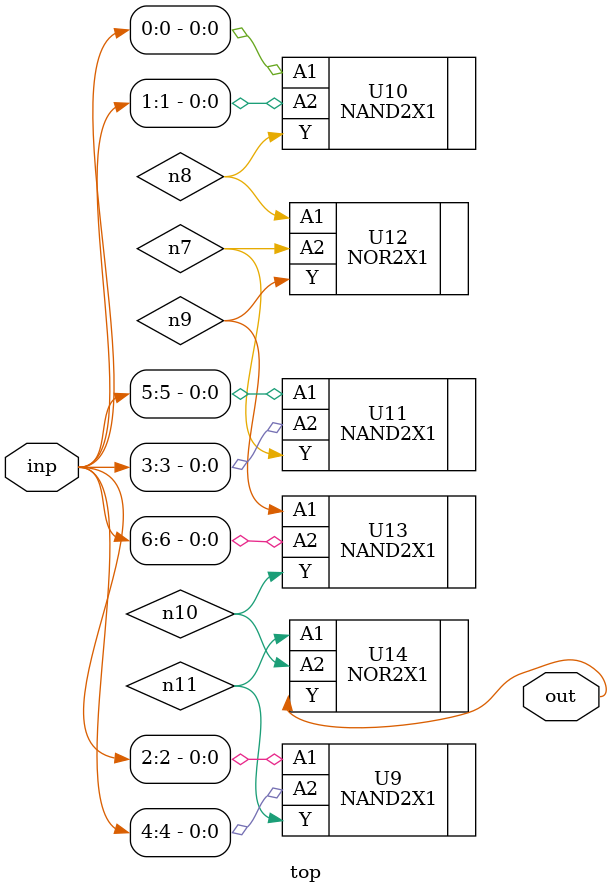
<source format=sv>


module top ( inp, out );
  input [6:0] inp;
  output out;
  wire   n7, n8, n9, n10, n11;

  NAND2X1 U9 ( .A1(inp[2]), .A2(inp[4]), .Y(n11) );
  NAND2X1 U10 ( .A1(inp[0]), .A2(inp[1]), .Y(n8) );
  NAND2X1 U11 ( .A1(inp[5]), .A2(inp[3]), .Y(n7) );
  NOR2X1 U12 ( .A1(n8), .A2(n7), .Y(n9) );
  NAND2X1 U13 ( .A1(n9), .A2(inp[6]), .Y(n10) );
  NOR2X1 U14 ( .A1(n11), .A2(n10), .Y(out) );
endmodule


</source>
